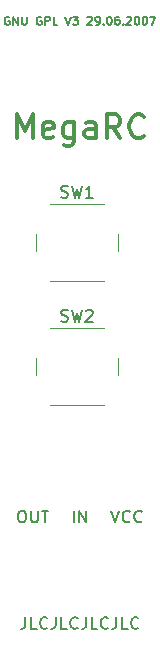
<source format=gbr>
%TF.GenerationSoftware,KiCad,Pcbnew,(5.1.6)-1*%
%TF.CreationDate,2020-12-18T19:23:39+01:00*%
%TF.ProjectId,rc-emitter_tft_trim_board,72632d65-6d69-4747-9465-725f7466745f,rev?*%
%TF.SameCoordinates,Original*%
%TF.FileFunction,Legend,Top*%
%TF.FilePolarity,Positive*%
%FSLAX46Y46*%
G04 Gerber Fmt 4.6, Leading zero omitted, Abs format (unit mm)*
G04 Created by KiCad (PCBNEW (5.1.6)-1) date 2020-12-18 19:23:39*
%MOMM*%
%LPD*%
G01*
G04 APERTURE LIST*
%ADD10C,0.300000*%
%ADD11C,0.150000*%
%ADD12C,0.120000*%
G04 APERTURE END LIST*
D10*
X150666666Y-71904761D02*
X150666666Y-69904761D01*
X151333333Y-71333333D01*
X152000000Y-69904761D01*
X152000000Y-71904761D01*
X153714285Y-71809523D02*
X153523809Y-71904761D01*
X153142857Y-71904761D01*
X152952380Y-71809523D01*
X152857142Y-71619047D01*
X152857142Y-70857142D01*
X152952380Y-70666666D01*
X153142857Y-70571428D01*
X153523809Y-70571428D01*
X153714285Y-70666666D01*
X153809523Y-70857142D01*
X153809523Y-71047619D01*
X152857142Y-71238095D01*
X155523809Y-70571428D02*
X155523809Y-72190476D01*
X155428571Y-72380952D01*
X155333333Y-72476190D01*
X155142857Y-72571428D01*
X154857142Y-72571428D01*
X154666666Y-72476190D01*
X155523809Y-71809523D02*
X155333333Y-71904761D01*
X154952380Y-71904761D01*
X154761904Y-71809523D01*
X154666666Y-71714285D01*
X154571428Y-71523809D01*
X154571428Y-70952380D01*
X154666666Y-70761904D01*
X154761904Y-70666666D01*
X154952380Y-70571428D01*
X155333333Y-70571428D01*
X155523809Y-70666666D01*
X157333333Y-71904761D02*
X157333333Y-70857142D01*
X157238095Y-70666666D01*
X157047619Y-70571428D01*
X156666666Y-70571428D01*
X156476190Y-70666666D01*
X157333333Y-71809523D02*
X157142857Y-71904761D01*
X156666666Y-71904761D01*
X156476190Y-71809523D01*
X156380952Y-71619047D01*
X156380952Y-71428571D01*
X156476190Y-71238095D01*
X156666666Y-71142857D01*
X157142857Y-71142857D01*
X157333333Y-71047619D01*
X159428571Y-71904761D02*
X158761904Y-70952380D01*
X158285714Y-71904761D02*
X158285714Y-69904761D01*
X159047619Y-69904761D01*
X159238095Y-70000000D01*
X159333333Y-70095238D01*
X159428571Y-70285714D01*
X159428571Y-70571428D01*
X159333333Y-70761904D01*
X159238095Y-70857142D01*
X159047619Y-70952380D01*
X158285714Y-70952380D01*
X161428571Y-71714285D02*
X161333333Y-71809523D01*
X161047619Y-71904761D01*
X160857142Y-71904761D01*
X160571428Y-71809523D01*
X160380952Y-71619047D01*
X160285714Y-71428571D01*
X160190476Y-71047619D01*
X160190476Y-70761904D01*
X160285714Y-70380952D01*
X160380952Y-70190476D01*
X160571428Y-70000000D01*
X160857142Y-69904761D01*
X161047619Y-69904761D01*
X161333333Y-70000000D01*
X161428571Y-70095238D01*
D11*
X150033333Y-61650000D02*
X149966666Y-61616666D01*
X149866666Y-61616666D01*
X149766666Y-61650000D01*
X149700000Y-61716666D01*
X149666666Y-61783333D01*
X149633333Y-61916666D01*
X149633333Y-62016666D01*
X149666666Y-62150000D01*
X149700000Y-62216666D01*
X149766666Y-62283333D01*
X149866666Y-62316666D01*
X149933333Y-62316666D01*
X150033333Y-62283333D01*
X150066666Y-62250000D01*
X150066666Y-62016666D01*
X149933333Y-62016666D01*
X150366666Y-62316666D02*
X150366666Y-61616666D01*
X150766666Y-62316666D01*
X150766666Y-61616666D01*
X151100000Y-61616666D02*
X151100000Y-62183333D01*
X151133333Y-62250000D01*
X151166666Y-62283333D01*
X151233333Y-62316666D01*
X151366666Y-62316666D01*
X151433333Y-62283333D01*
X151466666Y-62250000D01*
X151500000Y-62183333D01*
X151500000Y-61616666D01*
X152733333Y-61650000D02*
X152666666Y-61616666D01*
X152566666Y-61616666D01*
X152466666Y-61650000D01*
X152400000Y-61716666D01*
X152366666Y-61783333D01*
X152333333Y-61916666D01*
X152333333Y-62016666D01*
X152366666Y-62150000D01*
X152400000Y-62216666D01*
X152466666Y-62283333D01*
X152566666Y-62316666D01*
X152633333Y-62316666D01*
X152733333Y-62283333D01*
X152766666Y-62250000D01*
X152766666Y-62016666D01*
X152633333Y-62016666D01*
X153066666Y-62316666D02*
X153066666Y-61616666D01*
X153333333Y-61616666D01*
X153400000Y-61650000D01*
X153433333Y-61683333D01*
X153466666Y-61750000D01*
X153466666Y-61850000D01*
X153433333Y-61916666D01*
X153400000Y-61950000D01*
X153333333Y-61983333D01*
X153066666Y-61983333D01*
X154100000Y-62316666D02*
X153766666Y-62316666D01*
X153766666Y-61616666D01*
X154766666Y-61616666D02*
X155000000Y-62316666D01*
X155233333Y-61616666D01*
X155400000Y-61616666D02*
X155833333Y-61616666D01*
X155600000Y-61883333D01*
X155700000Y-61883333D01*
X155766666Y-61916666D01*
X155800000Y-61950000D01*
X155833333Y-62016666D01*
X155833333Y-62183333D01*
X155800000Y-62250000D01*
X155766666Y-62283333D01*
X155700000Y-62316666D01*
X155500000Y-62316666D01*
X155433333Y-62283333D01*
X155400000Y-62250000D01*
X156633333Y-61683333D02*
X156666666Y-61650000D01*
X156733333Y-61616666D01*
X156900000Y-61616666D01*
X156966666Y-61650000D01*
X157000000Y-61683333D01*
X157033333Y-61750000D01*
X157033333Y-61816666D01*
X157000000Y-61916666D01*
X156600000Y-62316666D01*
X157033333Y-62316666D01*
X157366666Y-62316666D02*
X157500000Y-62316666D01*
X157566666Y-62283333D01*
X157600000Y-62250000D01*
X157666666Y-62150000D01*
X157700000Y-62016666D01*
X157700000Y-61750000D01*
X157666666Y-61683333D01*
X157633333Y-61650000D01*
X157566666Y-61616666D01*
X157433333Y-61616666D01*
X157366666Y-61650000D01*
X157333333Y-61683333D01*
X157300000Y-61750000D01*
X157300000Y-61916666D01*
X157333333Y-61983333D01*
X157366666Y-62016666D01*
X157433333Y-62050000D01*
X157566666Y-62050000D01*
X157633333Y-62016666D01*
X157666666Y-61983333D01*
X157700000Y-61916666D01*
X158000000Y-62250000D02*
X158033333Y-62283333D01*
X158000000Y-62316666D01*
X157966666Y-62283333D01*
X158000000Y-62250000D01*
X158000000Y-62316666D01*
X158466666Y-61616666D02*
X158533333Y-61616666D01*
X158600000Y-61650000D01*
X158633333Y-61683333D01*
X158666666Y-61750000D01*
X158700000Y-61883333D01*
X158700000Y-62050000D01*
X158666666Y-62183333D01*
X158633333Y-62250000D01*
X158600000Y-62283333D01*
X158533333Y-62316666D01*
X158466666Y-62316666D01*
X158400000Y-62283333D01*
X158366666Y-62250000D01*
X158333333Y-62183333D01*
X158300000Y-62050000D01*
X158300000Y-61883333D01*
X158333333Y-61750000D01*
X158366666Y-61683333D01*
X158400000Y-61650000D01*
X158466666Y-61616666D01*
X159300000Y-61616666D02*
X159166666Y-61616666D01*
X159100000Y-61650000D01*
X159066666Y-61683333D01*
X159000000Y-61783333D01*
X158966666Y-61916666D01*
X158966666Y-62183333D01*
X159000000Y-62250000D01*
X159033333Y-62283333D01*
X159100000Y-62316666D01*
X159233333Y-62316666D01*
X159300000Y-62283333D01*
X159333333Y-62250000D01*
X159366666Y-62183333D01*
X159366666Y-62016666D01*
X159333333Y-61950000D01*
X159300000Y-61916666D01*
X159233333Y-61883333D01*
X159100000Y-61883333D01*
X159033333Y-61916666D01*
X159000000Y-61950000D01*
X158966666Y-62016666D01*
X159666666Y-62250000D02*
X159700000Y-62283333D01*
X159666666Y-62316666D01*
X159633333Y-62283333D01*
X159666666Y-62250000D01*
X159666666Y-62316666D01*
X159966666Y-61683333D02*
X160000000Y-61650000D01*
X160066666Y-61616666D01*
X160233333Y-61616666D01*
X160300000Y-61650000D01*
X160333333Y-61683333D01*
X160366666Y-61750000D01*
X160366666Y-61816666D01*
X160333333Y-61916666D01*
X159933333Y-62316666D01*
X160366666Y-62316666D01*
X160800000Y-61616666D02*
X160866666Y-61616666D01*
X160933333Y-61650000D01*
X160966666Y-61683333D01*
X161000000Y-61750000D01*
X161033333Y-61883333D01*
X161033333Y-62050000D01*
X161000000Y-62183333D01*
X160966666Y-62250000D01*
X160933333Y-62283333D01*
X160866666Y-62316666D01*
X160800000Y-62316666D01*
X160733333Y-62283333D01*
X160700000Y-62250000D01*
X160666666Y-62183333D01*
X160633333Y-62050000D01*
X160633333Y-61883333D01*
X160666666Y-61750000D01*
X160700000Y-61683333D01*
X160733333Y-61650000D01*
X160800000Y-61616666D01*
X161466666Y-61616666D02*
X161533333Y-61616666D01*
X161600000Y-61650000D01*
X161633333Y-61683333D01*
X161666666Y-61750000D01*
X161700000Y-61883333D01*
X161700000Y-62050000D01*
X161666666Y-62183333D01*
X161633333Y-62250000D01*
X161600000Y-62283333D01*
X161533333Y-62316666D01*
X161466666Y-62316666D01*
X161400000Y-62283333D01*
X161366666Y-62250000D01*
X161333333Y-62183333D01*
X161300000Y-62050000D01*
X161300000Y-61883333D01*
X161333333Y-61750000D01*
X161366666Y-61683333D01*
X161400000Y-61650000D01*
X161466666Y-61616666D01*
X161933333Y-61616666D02*
X162400000Y-61616666D01*
X162100000Y-62316666D01*
X151380952Y-112452380D02*
X151380952Y-113166666D01*
X151333333Y-113309523D01*
X151238095Y-113404761D01*
X151095238Y-113452380D01*
X151000000Y-113452380D01*
X152333333Y-113452380D02*
X151857142Y-113452380D01*
X151857142Y-112452380D01*
X153238095Y-113357142D02*
X153190476Y-113404761D01*
X153047619Y-113452380D01*
X152952380Y-113452380D01*
X152809523Y-113404761D01*
X152714285Y-113309523D01*
X152666666Y-113214285D01*
X152619047Y-113023809D01*
X152619047Y-112880952D01*
X152666666Y-112690476D01*
X152714285Y-112595238D01*
X152809523Y-112500000D01*
X152952380Y-112452380D01*
X153047619Y-112452380D01*
X153190476Y-112500000D01*
X153238095Y-112547619D01*
X153952380Y-112452380D02*
X153952380Y-113166666D01*
X153904761Y-113309523D01*
X153809523Y-113404761D01*
X153666666Y-113452380D01*
X153571428Y-113452380D01*
X154904761Y-113452380D02*
X154428571Y-113452380D01*
X154428571Y-112452380D01*
X155809523Y-113357142D02*
X155761904Y-113404761D01*
X155619047Y-113452380D01*
X155523809Y-113452380D01*
X155380952Y-113404761D01*
X155285714Y-113309523D01*
X155238095Y-113214285D01*
X155190476Y-113023809D01*
X155190476Y-112880952D01*
X155238095Y-112690476D01*
X155285714Y-112595238D01*
X155380952Y-112500000D01*
X155523809Y-112452380D01*
X155619047Y-112452380D01*
X155761904Y-112500000D01*
X155809523Y-112547619D01*
X156523809Y-112452380D02*
X156523809Y-113166666D01*
X156476190Y-113309523D01*
X156380952Y-113404761D01*
X156238095Y-113452380D01*
X156142857Y-113452380D01*
X157476190Y-113452380D02*
X157000000Y-113452380D01*
X157000000Y-112452380D01*
X158380952Y-113357142D02*
X158333333Y-113404761D01*
X158190476Y-113452380D01*
X158095238Y-113452380D01*
X157952380Y-113404761D01*
X157857142Y-113309523D01*
X157809523Y-113214285D01*
X157761904Y-113023809D01*
X157761904Y-112880952D01*
X157809523Y-112690476D01*
X157857142Y-112595238D01*
X157952380Y-112500000D01*
X158095238Y-112452380D01*
X158190476Y-112452380D01*
X158333333Y-112500000D01*
X158380952Y-112547619D01*
X159095238Y-112452380D02*
X159095238Y-113166666D01*
X159047619Y-113309523D01*
X158952380Y-113404761D01*
X158809523Y-113452380D01*
X158714285Y-113452380D01*
X160047619Y-113452380D02*
X159571428Y-113452380D01*
X159571428Y-112452380D01*
X160952380Y-113357142D02*
X160904761Y-113404761D01*
X160761904Y-113452380D01*
X160666666Y-113452380D01*
X160523809Y-113404761D01*
X160428571Y-113309523D01*
X160380952Y-113214285D01*
X160333333Y-113023809D01*
X160333333Y-112880952D01*
X160380952Y-112690476D01*
X160428571Y-112595238D01*
X160523809Y-112500000D01*
X160666666Y-112452380D01*
X160761904Y-112452380D01*
X160904761Y-112500000D01*
X160952380Y-112547619D01*
X155476190Y-104452380D02*
X155476190Y-103452380D01*
X155952380Y-104452380D02*
X155952380Y-103452380D01*
X156523809Y-104452380D01*
X156523809Y-103452380D01*
X151000000Y-103452380D02*
X151190476Y-103452380D01*
X151285714Y-103500000D01*
X151380952Y-103595238D01*
X151428571Y-103785714D01*
X151428571Y-104119047D01*
X151380952Y-104309523D01*
X151285714Y-104404761D01*
X151190476Y-104452380D01*
X151000000Y-104452380D01*
X150904761Y-104404761D01*
X150809523Y-104309523D01*
X150761904Y-104119047D01*
X150761904Y-103785714D01*
X150809523Y-103595238D01*
X150904761Y-103500000D01*
X151000000Y-103452380D01*
X151857142Y-103452380D02*
X151857142Y-104261904D01*
X151904761Y-104357142D01*
X151952380Y-104404761D01*
X152047619Y-104452380D01*
X152238095Y-104452380D01*
X152333333Y-104404761D01*
X152380952Y-104357142D01*
X152428571Y-104261904D01*
X152428571Y-103452380D01*
X152761904Y-103452380D02*
X153333333Y-103452380D01*
X153047619Y-104452380D02*
X153047619Y-103452380D01*
X158666666Y-103452380D02*
X159000000Y-104452380D01*
X159333333Y-103452380D01*
X160238095Y-104357142D02*
X160190476Y-104404761D01*
X160047619Y-104452380D01*
X159952380Y-104452380D01*
X159809523Y-104404761D01*
X159714285Y-104309523D01*
X159666666Y-104214285D01*
X159619047Y-104023809D01*
X159619047Y-103880952D01*
X159666666Y-103690476D01*
X159714285Y-103595238D01*
X159809523Y-103500000D01*
X159952380Y-103452380D01*
X160047619Y-103452380D01*
X160190476Y-103500000D01*
X160238095Y-103547619D01*
X161238095Y-104357142D02*
X161190476Y-104404761D01*
X161047619Y-104452380D01*
X160952380Y-104452380D01*
X160809523Y-104404761D01*
X160714285Y-104309523D01*
X160666666Y-104214285D01*
X160619047Y-104023809D01*
X160619047Y-103880952D01*
X160666666Y-103690476D01*
X160714285Y-103595238D01*
X160809523Y-103500000D01*
X160952380Y-103452380D01*
X161047619Y-103452380D01*
X161190476Y-103500000D01*
X161238095Y-103547619D01*
D12*
%TO.C,SW2*%
X159250000Y-92000000D02*
X159250000Y-90500000D01*
X158000000Y-88000000D02*
X153500000Y-88000000D01*
X152250000Y-90500000D02*
X152250000Y-92000000D01*
X153500000Y-94500000D02*
X158000000Y-94500000D01*
%TO.C,SW1*%
X159250000Y-81500000D02*
X159250000Y-80000000D01*
X158000000Y-77500000D02*
X153500000Y-77500000D01*
X152250000Y-80000000D02*
X152250000Y-81500000D01*
X153500000Y-84000000D02*
X158000000Y-84000000D01*
%TO.C,SW2*%
D11*
X154416666Y-87404761D02*
X154559523Y-87452380D01*
X154797619Y-87452380D01*
X154892857Y-87404761D01*
X154940476Y-87357142D01*
X154988095Y-87261904D01*
X154988095Y-87166666D01*
X154940476Y-87071428D01*
X154892857Y-87023809D01*
X154797619Y-86976190D01*
X154607142Y-86928571D01*
X154511904Y-86880952D01*
X154464285Y-86833333D01*
X154416666Y-86738095D01*
X154416666Y-86642857D01*
X154464285Y-86547619D01*
X154511904Y-86500000D01*
X154607142Y-86452380D01*
X154845238Y-86452380D01*
X154988095Y-86500000D01*
X155321428Y-86452380D02*
X155559523Y-87452380D01*
X155750000Y-86738095D01*
X155940476Y-87452380D01*
X156178571Y-86452380D01*
X156511904Y-86547619D02*
X156559523Y-86500000D01*
X156654761Y-86452380D01*
X156892857Y-86452380D01*
X156988095Y-86500000D01*
X157035714Y-86547619D01*
X157083333Y-86642857D01*
X157083333Y-86738095D01*
X157035714Y-86880952D01*
X156464285Y-87452380D01*
X157083333Y-87452380D01*
%TO.C,SW1*%
X154416666Y-76904761D02*
X154559523Y-76952380D01*
X154797619Y-76952380D01*
X154892857Y-76904761D01*
X154940476Y-76857142D01*
X154988095Y-76761904D01*
X154988095Y-76666666D01*
X154940476Y-76571428D01*
X154892857Y-76523809D01*
X154797619Y-76476190D01*
X154607142Y-76428571D01*
X154511904Y-76380952D01*
X154464285Y-76333333D01*
X154416666Y-76238095D01*
X154416666Y-76142857D01*
X154464285Y-76047619D01*
X154511904Y-76000000D01*
X154607142Y-75952380D01*
X154845238Y-75952380D01*
X154988095Y-76000000D01*
X155321428Y-75952380D02*
X155559523Y-76952380D01*
X155750000Y-76238095D01*
X155940476Y-76952380D01*
X156178571Y-75952380D01*
X157083333Y-76952380D02*
X156511904Y-76952380D01*
X156797619Y-76952380D02*
X156797619Y-75952380D01*
X156702380Y-76095238D01*
X156607142Y-76190476D01*
X156511904Y-76238095D01*
%TD*%
M02*

</source>
